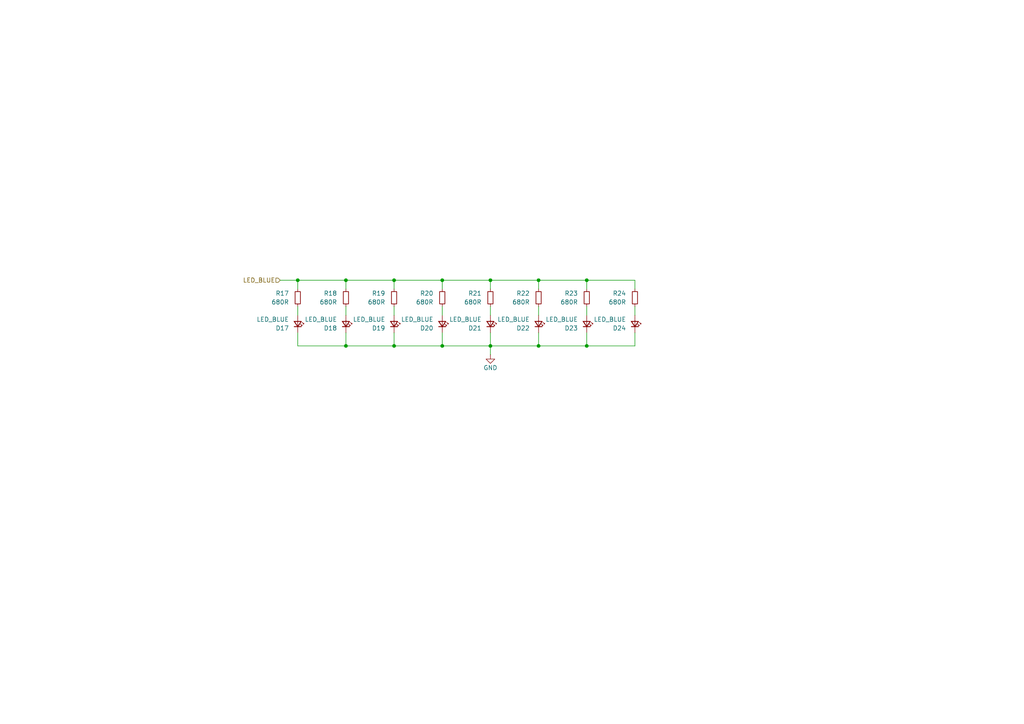
<source format=kicad_sch>
(kicad_sch (version 20231120) (generator "eeschema") (generator_version "8.0")
  (paper "A4")
  (lib_symbols
    (symbol "Device:LED_Small" (pin_numbers hide) (pin_names (offset 0.254) hide)
      (property "Reference" "D" (at -1.27 3.175 0))
      (property "Value" "LED_Small" (at -4.445 -2.54 0))
      (symbol "LED_Small_0_1"
        (polyline (pts (xy -0.762 -1.016) (xy -0.762 1.016)) (stroke (width 0.254)))
        (polyline (pts (xy 1.016 0) (xy -0.762 0)))
        (polyline (pts (xy 0.762 -1.016) (xy -0.762 0) (xy 0.762 1.016) (xy 0.762 -1.016)) (stroke (width 0.254)))
        (polyline (pts (xy 0 0.762) (xy -0.508 1.27) (xy -0.254 1.27) (xy -0.508 1.27) (xy -0.508 1.016)))
        (polyline (pts (xy 0.508 1.27) (xy 0 1.778) (xy 0.254 1.778) (xy 0 1.778) (xy 0 1.524)))
      )
      (symbol "LED_Small_1_1"
        (pin passive line (at -2.54 0 0) (length 1.778) (name "K") (number "1"))
        (pin passive line (at 2.54 0 180) (length 1.778) (name "A") (number "2"))
      )
    )
    (symbol "Device:R_Small" (pin_numbers hide) (pin_names (offset 0.254) hide)
      (property "Reference" "R" (at 0.762 0.508 0))
      (property "Value" "R_Small" (at 0.762 -1.016 0))
      (symbol "R_Small_0_1"
        (rectangle (start -0.762 1.778) (end 0.762 -1.778) (stroke (width 0.2032)))
      )
      (symbol "R_Small_1_1"
        (pin passive line (at 0 2.54 270) (length 0.762) (name "~") (number "1"))
        (pin passive line (at 0 -2.54 90) (length 0.762) (name "~") (number "2"))
      )
    )
    (symbol "power:GND" (power) (pin_numbers hide) (pin_names (offset 0) hide)
      (property "Value" "GND" (at 0 -3.81 0))
      (symbol "GND_0_1"
        (polyline (pts (xy 0 0) (xy 0 -1.27) (xy 1.27 -1.27) (xy 0 -2.54) (xy -1.27 -1.27) (xy 0 -1.27)))
      )
      (symbol "GND_1_1"
        (pin power_in line (at 0 0 270) (length 0) (name "~") (number "1"))
      )
    )
  )
  (junction (at 156.21 81.28))
  (junction (at 142.24 100.33))
  (junction (at 170.18 100.33))
  (junction (at 114.3 100.33))
  (junction (at 142.24 81.28))
  (junction (at 156.21 100.33))
  (junction (at 114.3 81.28))
  (junction (at 128.27 81.28))
  (junction (at 100.33 100.33))
  (junction (at 100.33 81.28))
  (junction (at 86.36 81.28))
  (junction (at 170.18 81.28))
  (junction (at 128.27 100.33))
  (wire (pts (xy 142.24 96.52) (xy 142.24 100.33)))
  (wire (pts (xy 114.3 83.82) (xy 114.3 81.28)))
  (wire (pts (xy 142.24 83.82) (xy 142.24 81.28)))
  (wire (pts (xy 142.24 91.44) (xy 142.24 88.9)))
  (wire (pts (xy 100.33 83.82) (xy 100.33 81.28)))
  (wire (pts (xy 114.3 91.44) (xy 114.3 88.9)))
  (wire (pts (xy 128.27 81.28) (xy 114.3 81.28)))
  (wire (pts (xy 100.33 91.44) (xy 100.33 88.9)))
  (wire (pts (xy 86.36 96.52) (xy 86.36 100.33)))
  (wire (pts (xy 81.28 81.28) (xy 86.36 81.28)))
  (wire (pts (xy 156.21 81.28) (xy 156.21 83.82)))
  (wire (pts (xy 156.21 96.52) (xy 156.21 100.33)))
  (wire (pts (xy 128.27 83.82) (xy 128.27 81.28)))
  (wire (pts (xy 156.21 100.33) (xy 170.18 100.33)))
  (wire (pts (xy 142.24 81.28) (xy 128.27 81.28)))
  (wire (pts (xy 114.3 81.28) (xy 100.33 81.28)))
  (wire (pts (xy 100.33 96.52) (xy 100.33 100.33)))
  (wire (pts (xy 184.15 96.52) (xy 184.15 100.33)))
  (wire (pts (xy 114.3 100.33) (xy 128.27 100.33)))
  (wire (pts (xy 86.36 81.28) (xy 86.36 83.82)))
  (wire (pts (xy 170.18 88.9) (xy 170.18 91.44)))
  (wire (pts (xy 128.27 91.44) (xy 128.27 88.9)))
  (wire (pts (xy 114.3 96.52) (xy 114.3 100.33)))
  (wire (pts (xy 170.18 100.33) (xy 184.15 100.33)))
  (wire (pts (xy 142.24 102.87) (xy 142.24 100.33)))
  (wire (pts (xy 100.33 100.33) (xy 114.3 100.33)))
  (wire (pts (xy 184.15 88.9) (xy 184.15 91.44)))
  (wire (pts (xy 156.21 88.9) (xy 156.21 91.44)))
  (wire (pts (xy 86.36 88.9) (xy 86.36 91.44)))
  (wire (pts (xy 86.36 100.33) (xy 100.33 100.33)))
  (wire (pts (xy 170.18 81.28) (xy 156.21 81.28)))
  (wire (pts (xy 156.21 81.28) (xy 142.24 81.28)))
  (wire (pts (xy 100.33 81.28) (xy 86.36 81.28)))
  (wire (pts (xy 128.27 96.52) (xy 128.27 100.33)))
  (wire (pts (xy 142.24 100.33) (xy 156.21 100.33)))
  (wire (pts (xy 170.18 96.52) (xy 170.18 100.33)))
  (wire (pts (xy 128.27 100.33) (xy 142.24 100.33)))
  (wire (pts (xy 184.15 81.28) (xy 170.18 81.28)))
  (wire (pts (xy 184.15 81.28) (xy 184.15 83.82)))
  (wire (pts (xy 170.18 81.28) (xy 170.18 83.82)))
  (hierarchical_label "LED_BLUE" (shape input) (at 81.28 81.28 180))
  (symbol (lib_id "Device:LED_Small") (at 156.21 93.98 270) (mirror x) (unit 1)
    (property "Reference" "D22" (at 153.67 95.1866 90) (effects (justify right)))
    (property "Value" "LED_BLUE" (at 153.67 92.6466 90) (effects (justify right)))
    (property "Footprint" "LED_THT:LED_D3.0mm" (effects (hide yes)))
    (property "Datasheet" "https://optoelectronics.liteon.com/upload/download/DS20-2002-455/LTL1CHTBK5.pdf" (effects (hide yes)))
    (property "Description" "Light emitting diode, small symbol" (effects (hide yes)))
    (property "MNR" "859-LTL1CHTBK5 " (effects (hide yes)))
    (property "LCSC" "C2895474" (effects (hide yes)))
  )
  (symbol (lib_id "Device:LED_Small") (at 100.33 93.98 270) (mirror x) (unit 1)
    (property "Reference" "D18" (at 97.79 95.1866 90) (effects (justify right)))
    (property "Value" "LED_BLUE" (at 97.79 92.6466 90) (effects (justify right)))
    (property "Footprint" "LED_THT:LED_D3.0mm" (effects (hide yes)))
    (property "Datasheet" "https://optoelectronics.liteon.com/upload/download/DS20-2002-455/LTL1CHTBK5.pdf" (effects (hide yes)))
    (property "Description" "Light emitting diode, small symbol" (effects (hide yes)))
    (property "MNR" "859-LTL1CHTBK5 " (effects (hide yes)))
    (property "LCSC" "C2895474" (effects (hide yes)))
  )
  (symbol (lib_id "Device:LED_Small") (at 86.36 93.98 270) (mirror x) (unit 1)
    (property "Reference" "D17" (at 83.82 95.1866 90) (effects (justify right)))
    (property "Value" "LED_BLUE" (at 83.82 92.6466 90) (effects (justify right)))
    (property "Footprint" "LED_THT:LED_D3.0mm" (effects (hide yes)))
    (property "Datasheet" "https://optoelectronics.liteon.com/upload/download/DS20-2002-455/LTL1CHTBK5.pdf" (effects (hide yes)))
    (property "Description" "Light emitting diode, small symbol" (effects (hide yes)))
    (property "MNR" "859-LTL1CHTBK5 " (effects (hide yes)))
    (property "LCSC" "C2895474" (effects (hide yes)))
  )
  (symbol (lib_id "Device:LED_Small") (at 128.27 93.98 270) (mirror x) (unit 1)
    (property "Reference" "D20" (at 125.73 95.1866 90) (effects (justify right)))
    (property "Value" "LED_BLUE" (at 125.73 92.6466 90) (effects (justify right)))
    (property "Footprint" "LED_THT:LED_D3.0mm" (effects (hide yes)))
    (property "Datasheet" "https://optoelectronics.liteon.com/upload/download/DS20-2002-455/LTL1CHTBK5.pdf" (effects (hide yes)))
    (property "Description" "Light emitting diode, small symbol" (effects (hide yes)))
    (property "MNR" "859-LTL1CHTBK5 " (effects (hide yes)))
    (property "LCSC" "C2895474" (effects (hide yes)))
  )
  (symbol (lib_id "Device:R_Small") (at 100.33 86.36 0) (mirror y) (unit 1)
    (property "Reference" "R18" (at 97.79 85.0899 0) (effects (justify left)))
    (property "Value" "680R" (at 97.79 87.6299 0) (effects (justify left)))
    (property "Footprint" "Resistor_SMD:R_0603_1608Metric" (effects (hide yes)))
    (property "Description" "Resistor, small symbol" (effects (hide yes)))
  )
  (symbol (lib_id "Device:R_Small") (at 86.36 86.36 0) (mirror y) (unit 1)
    (property "Reference" "R17" (at 83.82 85.0899 0) (effects (justify left)))
    (property "Value" "680R" (at 83.82 87.6299 0) (effects (justify left)))
    (property "Footprint" "Resistor_SMD:R_0603_1608Metric" (effects (hide yes)))
    (property "Description" "Resistor, small symbol" (effects (hide yes)))
  )
  (symbol (lib_id "Device:LED_Small") (at 114.3 93.98 270) (mirror x) (unit 1)
    (property "Reference" "D19" (at 111.76 95.1866 90) (effects (justify right)))
    (property "Value" "LED_BLUE" (at 111.76 92.6466 90) (effects (justify right)))
    (property "Footprint" "LED_THT:LED_D3.0mm" (effects (hide yes)))
    (property "Datasheet" "https://optoelectronics.liteon.com/upload/download/DS20-2002-455/LTL1CHTBK5.pdf" (effects (hide yes)))
    (property "Description" "Light emitting diode, small symbol" (effects (hide yes)))
    (property "MNR" "859-LTL1CHTBK5 " (effects (hide yes)))
    (property "LCSC" "C2895474" (effects (hide yes)))
  )
  (symbol (lib_id "Device:LED_Small") (at 142.24 93.98 270) (mirror x) (unit 1)
    (property "Reference" "D21" (at 139.7 95.1866 90) (effects (justify right)))
    (property "Value" "LED_BLUE" (at 139.7 92.6466 90) (effects (justify right)))
    (property "Footprint" "LED_THT:LED_D3.0mm" (effects (hide yes)))
    (property "Datasheet" "https://optoelectronics.liteon.com/upload/download/DS20-2002-455/LTL1CHTBK5.pdf" (effects (hide yes)))
    (property "Description" "Light emitting diode, small symbol" (effects (hide yes)))
    (property "MNR" "859-LTL1CHTBK5 " (effects (hide yes)))
    (property "LCSC" "C2895474" (effects (hide yes)))
  )
  (symbol (lib_id "Device:LED_Small") (at 184.15 93.98 270) (mirror x) (unit 1)
    (property "Reference" "D24" (at 181.61 95.1866 90) (effects (justify right)))
    (property "Value" "LED_BLUE" (at 181.61 92.6466 90) (effects (justify right)))
    (property "Footprint" "LED_THT:LED_D3.0mm" (effects (hide yes)))
    (property "Datasheet" "https://optoelectronics.liteon.com/upload/download/DS20-2002-455/LTL1CHTBK5.pdf" (effects (hide yes)))
    (property "Description" "Light emitting diode, small symbol" (effects (hide yes)))
    (property "MNR" "859-LTL1CHTBK5 " (effects (hide yes)))
    (property "LCSC" "C2895474" (effects (hide yes)))
  )
  (symbol (lib_id "Device:R_Small") (at 156.21 86.36 0) (mirror y) (unit 1)
    (property "Reference" "R22" (at 153.67 85.0899 0) (effects (justify left)))
    (property "Value" "680R" (at 153.67 87.6299 0) (effects (justify left)))
    (property "Footprint" "Resistor_SMD:R_0603_1608Metric" (effects (hide yes)))
    (property "Description" "Resistor, small symbol" (effects (hide yes)))
  )
  (symbol (lib_id "Device:R_Small") (at 170.18 86.36 0) (mirror y) (unit 1)
    (property "Reference" "R23" (at 167.64 85.0899 0) (effects (justify left)))
    (property "Value" "680R" (at 167.64 87.6299 0) (effects (justify left)))
    (property "Footprint" "Resistor_SMD:R_0603_1608Metric" (effects (hide yes)))
    (property "Description" "Resistor, small symbol" (effects (hide yes)))
  )
  (symbol (lib_id "power:GND") (at 142.24 102.87 0) (unit 1)
    (property "Reference" "#PWR12" (effects (hide yes)))
    (property "Value" "GND" (at 142.24 106.68 0))
    (property "Description" "Power symbol creates a global label with name \"GND\" , ground" (effects (hide yes)))
  )
  (symbol (lib_id "Device:R_Small") (at 128.27 86.36 0) (mirror y) (unit 1)
    (property "Reference" "R20" (at 125.73 85.0899 0) (effects (justify left)))
    (property "Value" "680R" (at 125.73 87.6299 0) (effects (justify left)))
    (property "Footprint" "Resistor_SMD:R_0603_1608Metric" (effects (hide yes)))
    (property "Description" "Resistor, small symbol" (effects (hide yes)))
  )
  (symbol (lib_id "Device:R_Small") (at 142.24 86.36 0) (mirror y) (unit 1)
    (property "Reference" "R21" (at 139.7 85.0899 0) (effects (justify left)))
    (property "Value" "680R" (at 139.7 87.6299 0) (effects (justify left)))
    (property "Footprint" "Resistor_SMD:R_0603_1608Metric" (effects (hide yes)))
    (property "Description" "Resistor, small symbol" (effects (hide yes)))
  )
  (symbol (lib_id "Device:LED_Small") (at 170.18 93.98 270) (mirror x) (unit 1)
    (property "Reference" "D23" (at 167.64 95.1866 90) (effects (justify right)))
    (property "Value" "LED_BLUE" (at 167.64 92.6466 90) (effects (justify right)))
    (property "Footprint" "LED_THT:LED_D3.0mm" (effects (hide yes)))
    (property "Datasheet" "https://optoelectronics.liteon.com/upload/download/DS20-2002-455/LTL1CHTBK5.pdf" (effects (hide yes)))
    (property "Description" "Light emitting diode, small symbol" (effects (hide yes)))
    (property "MNR" "859-LTL1CHTBK5 " (effects (hide yes)))
    (property "LCSC" "C2895474" (effects (hide yes)))
  )
  (symbol (lib_id "Device:R_Small") (at 184.15 86.36 0) (mirror y) (unit 1)
    (property "Reference" "R24" (at 181.61 85.0899 0) (effects (justify left)))
    (property "Value" "680R" (at 181.61 87.6299 0) (effects (justify left)))
    (property "Footprint" "Resistor_SMD:R_0603_1608Metric" (effects (hide yes)))
    (property "Description" "Resistor, small symbol" (effects (hide yes)))
  )
  (symbol (lib_id "Device:R_Small") (at 114.3 86.36 0) (mirror y) (unit 1)
    (property "Reference" "R19" (at 111.76 85.0899 0) (effects (justify left)))
    (property "Value" "680R" (at 111.76 87.6299 0) (effects (justify left)))
    (property "Footprint" "Resistor_SMD:R_0603_1608Metric" (effects (hide yes)))
    (property "Description" "Resistor, small symbol" (effects (hide yes)))
  )
)
</source>
